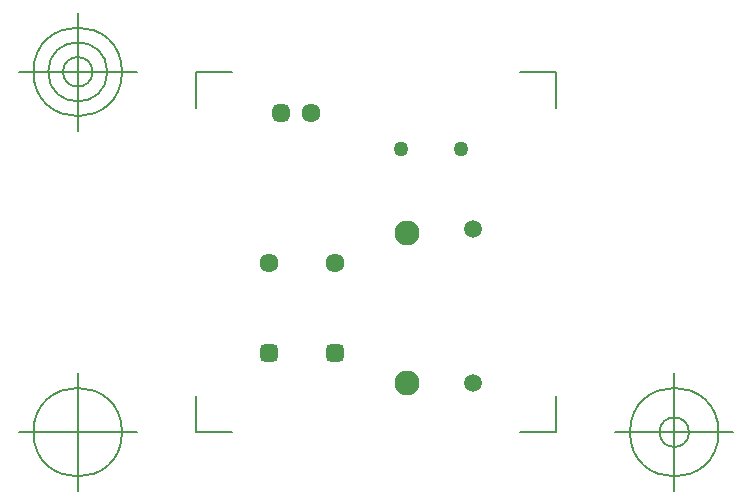
<source format=gbr>
G04 Generated by Ultiboard 14.3 *
%FSLAX34Y34*%
%MOMM*%

%ADD10C,0.0001*%
%ADD11C,0.0010*%
%ADD12C,0.1270*%
%ADD13C,0.84658*%
%ADD14C,0.99492*%
%ADD15C,1.2700*%
%ADD16C,2.1168*%
%ADD17C,1.6088*%
%ADD18C,1.5000*%


G04 ColorRGB 0000FF for the following layer *
%LNCopper Bottom*%
%LPD*%
G54D10*
G54D11*
G36*
X18796Y48429D02*
X18796Y55203D01*
X34036Y55203D01*
X34036Y48429D01*
X18796Y48429D01*
G37*
G36*
X23029Y44196D02*
X23029Y59436D01*
X29803Y59436D01*
X29803Y44196D01*
X23029Y44196D01*
G37*
G36*
X28956Y252371D02*
X28956Y257661D01*
X44196Y257661D01*
X44196Y252371D01*
X28956Y252371D01*
G37*
G36*
X33931Y247396D02*
X33931Y262636D01*
X39221Y262636D01*
X39221Y247396D01*
X33931Y247396D01*
G37*
G36*
X74676Y48429D02*
X74676Y55203D01*
X89916Y55203D01*
X89916Y48429D01*
X74676Y48429D01*
G37*
G36*
X78909Y44196D02*
X78909Y59436D01*
X85683Y59436D01*
X85683Y44196D01*
X78909Y44196D01*
G37*
G54D12*
X-35560Y-15520D02*
X-35560Y14988D01*
X-35560Y-15520D02*
X-5052Y-15520D01*
X269520Y-15520D02*
X239012Y-15520D01*
X269520Y-15520D02*
X269520Y14988D01*
X269520Y289560D02*
X269520Y259052D01*
X269520Y289560D02*
X239012Y289560D01*
X-35560Y289560D02*
X-5052Y289560D01*
X-35560Y289560D02*
X-35560Y259052D01*
X-85560Y-15520D02*
X-185560Y-15520D01*
X-135560Y-65520D02*
X-135560Y34480D01*
X-173060Y-15520D02*
G75*
D01*
G02X-173060Y-15520I37500J0*
G01*
X319520Y-15520D02*
X419520Y-15520D01*
X369520Y-65520D02*
X369520Y34480D01*
X332020Y-15520D02*
G75*
D01*
G02X332020Y-15520I37500J0*
G01*
X357020Y-15520D02*
G75*
D01*
G02X357020Y-15520I12500J0*
G01*
X-85560Y289560D02*
X-185560Y289560D01*
X-135560Y239560D02*
X-135560Y339560D01*
X-173060Y289560D02*
G75*
D01*
G02X-173060Y289560I37500J0*
G01*
X-160560Y289560D02*
G75*
D01*
G02X-160560Y289560I25000J0*
G01*
X-148060Y289560D02*
G75*
D01*
G02X-148060Y289560I12500J0*
G01*
G54D13*
X23029Y55203D03*
X29803Y55203D03*
X23029Y48429D03*
X29803Y48429D03*
X78909Y55203D03*
X85683Y55203D03*
X78909Y48429D03*
X85683Y48429D03*
G54D14*
X33931Y257661D03*
X39221Y257661D03*
X33931Y252371D03*
X39221Y252371D03*
G54D15*
X138176Y224536D03*
X188976Y224536D03*
G54D16*
X143256Y153416D03*
X143256Y26416D03*
G54D17*
X26416Y128016D03*
X61976Y255016D03*
X82296Y128016D03*
G54D18*
X199136Y156416D03*
X199136Y26416D03*

M02*

</source>
